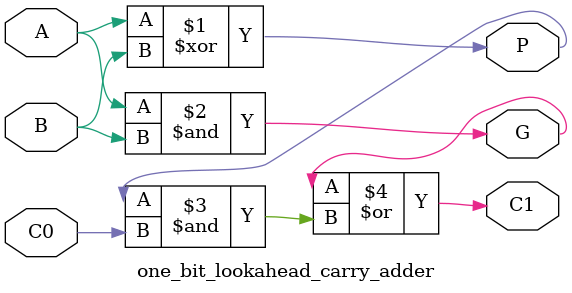
<source format=v>
`timescale 1ns / 1ps
module one_bit_lookahead_carry_adder(A, B, C0, P, G, C1);

input A;
input B;
input C0 ;  // initially for the main model in first look ahead adder it will be ZERO.
output P;
output G ;
output C1;

assign P = A ^B ;
assign G = A &B ;
assign C1 = (G | (P&C0)) ;

endmodule

</source>
